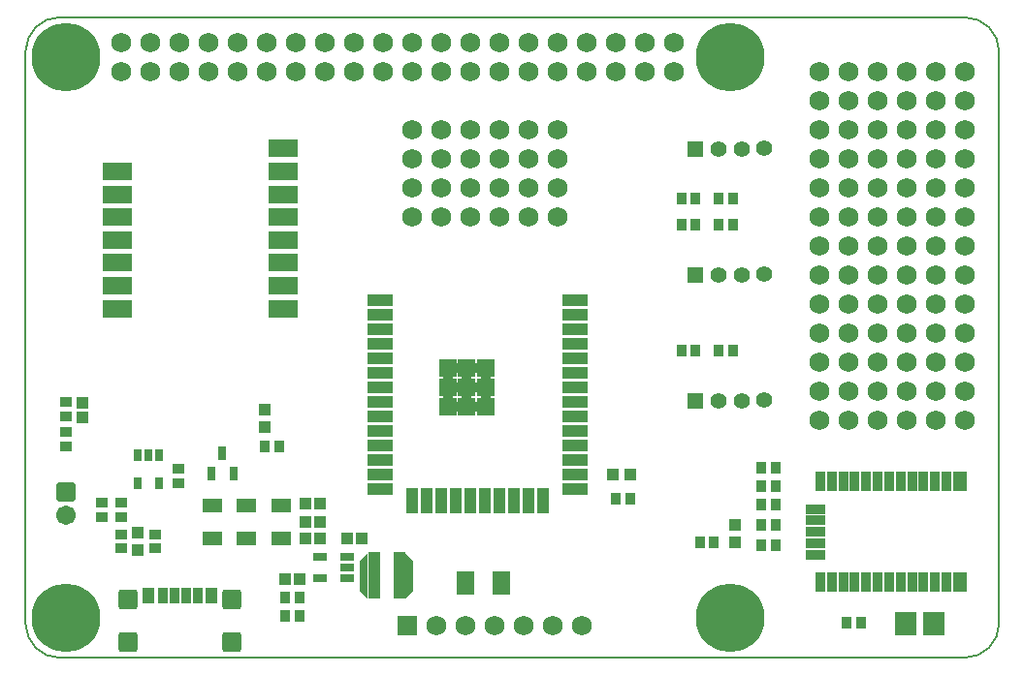
<source format=gts>
G04*
G04 #@! TF.GenerationSoftware,Altium Limited,CircuitMaker,2.2.1 (2.2.1.6)*
G04*
G04 Layer_Color=20142*
%FSLAX44Y44*%
%MOMM*%
G71*
G04*
G04 #@! TF.SameCoordinates,4DC394B6-E11D-4AB0-B304-EE3890279FAF*
G04*
G04*
G04 #@! TF.FilePolarity,Negative*
G04*
G01*
G75*
%ADD13C,0.2000*%
%ADD38R,1.0032X1.1032*%
%ADD39R,1.0160X1.0922*%
%ADD40R,0.9032X1.0532*%
%ADD41R,1.5032X2.0032*%
%ADD42R,1.0532X0.9032*%
%ADD43R,0.8032X1.1032*%
%ADD44R,1.7032X1.2032*%
%ADD45R,0.8032X1.3032*%
%ADD46R,1.3032X0.7531*%
%ADD47R,1.1032X4.1032*%
%ADD48R,1.8532X2.0032*%
%ADD49R,1.7032X0.9032*%
%ADD50R,0.9032X1.7032*%
%ADD51R,1.2032X1.7032*%
%ADD52R,1.0922X1.0160*%
%ADD53R,2.2032X1.1032*%
%ADD54R,1.1032X2.2032*%
%ADD55R,1.5332X1.5332*%
%ADD56R,2.6032X1.6032*%
%ADD57R,1.1032X1.0032*%
%ADD58R,1.0160X1.4732*%
%ADD59R,0.9652X1.4732*%
%ADD60R,0.9144X1.4732*%
%ADD61C,1.7532*%
G04:AMPARAMS|DCode=62|XSize=1.7272mm|YSize=1.7272mm|CornerRadius=0.2921mm|HoleSize=0mm|Usage=FLASHONLY|Rotation=0.000|XOffset=0mm|YOffset=0mm|HoleType=Round|Shape=RoundedRectangle|*
%AMROUNDEDRECTD62*
21,1,1.7272,1.1430,0,0,0.0*
21,1,1.1430,1.7272,0,0,0.0*
1,1,0.5842,0.5715,-0.5715*
1,1,0.5842,-0.5715,-0.5715*
1,1,0.5842,-0.5715,0.5715*
1,1,0.5842,0.5715,0.5715*
%
%ADD62ROUNDEDRECTD62*%
%ADD63C,1.7272*%
%ADD64R,1.7272X1.7272*%
%ADD65C,6.0000*%
%ADD66R,1.4032X1.4032*%
%ADD67C,1.4032*%
%ADD68C,1.7032*%
G04:AMPARAMS|DCode=69|XSize=1.7032mm|YSize=1.7032mm|CornerRadius=0.2891mm|HoleSize=0mm|Usage=FLASHONLY|Rotation=90.000|XOffset=0mm|YOffset=0mm|HoleType=Round|Shape=RoundedRectangle|*
%AMROUNDEDRECTD69*
21,1,1.7032,1.1250,0,0,90.0*
21,1,1.1250,1.7032,0,0,90.0*
1,1,0.5782,0.5625,0.5625*
1,1,0.5782,0.5625,-0.5625*
1,1,0.5782,-0.5625,-0.5625*
1,1,0.5782,-0.5625,0.5625*
%
%ADD69ROUNDEDRECTD69*%
%ADD70C,0.8832*%
G36*
X298750Y52000D02*
X291750Y59000D01*
Y85000D01*
X298750Y92000D01*
Y52000D01*
D02*
G37*
G36*
X331750Y92000D02*
X338750Y85000D01*
Y59000D01*
X331750Y52000D01*
Y92000D01*
D02*
G37*
D13*
X30000Y560000D02*
G03*
X0Y530000I0J-30000D01*
G01*
X850000D02*
G03*
X820000Y560000I-30000J0D01*
G01*
Y0D02*
G03*
X850000Y30000I0J30000D01*
G01*
X0D02*
G03*
X30000Y0I30000J0D01*
G01*
X0Y30000D02*
Y530000D01*
X850000Y30000D02*
Y530000D01*
X30000Y560000D02*
X820000D01*
X30000Y0D02*
X820000D01*
D38*
X226750Y69000D02*
D03*
X239250D02*
D03*
X293250Y104000D02*
D03*
X280750D02*
D03*
X244750D02*
D03*
X257250D02*
D03*
X244750Y135000D02*
D03*
X257250D02*
D03*
X244750Y119000D02*
D03*
X257250D02*
D03*
D39*
X209000Y201380D02*
D03*
Y216620D02*
D03*
X98250Y94130D02*
D03*
Y109370D02*
D03*
X619240Y116000D02*
D03*
Y100760D02*
D03*
D40*
X209000Y185000D02*
D03*
X221500D02*
D03*
X239250Y53000D02*
D03*
X226750D02*
D03*
X239250Y37000D02*
D03*
X226750D02*
D03*
X642750Y98000D02*
D03*
X655250D02*
D03*
X642750Y166000D02*
D03*
X655250D02*
D03*
X716750Y31000D02*
D03*
X729250D02*
D03*
X642750Y116000D02*
D03*
X655250D02*
D03*
X642750Y150000D02*
D03*
X655250D02*
D03*
X642750Y134000D02*
D03*
X655250D02*
D03*
X588740Y100760D02*
D03*
X601240D02*
D03*
X515120Y139000D02*
D03*
X527620D02*
D03*
X572500Y378496D02*
D03*
X585000D02*
D03*
X572500Y268496D02*
D03*
X585000D02*
D03*
X617500D02*
D03*
X605000D02*
D03*
X617500Y378496D02*
D03*
X605000D02*
D03*
X617500Y401250D02*
D03*
X605000D02*
D03*
X572500D02*
D03*
X585000D02*
D03*
D41*
X415500Y65000D02*
D03*
X384500D02*
D03*
D42*
X67000Y135250D02*
D03*
Y122750D02*
D03*
X83250Y108000D02*
D03*
Y95500D02*
D03*
X133060Y165440D02*
D03*
Y152940D02*
D03*
X113250Y95500D02*
D03*
Y108000D02*
D03*
X83250Y135250D02*
D03*
Y122750D02*
D03*
X35000Y197500D02*
D03*
Y185000D02*
D03*
Y223500D02*
D03*
Y211000D02*
D03*
D43*
X116560Y152940D02*
D03*
X97560D02*
D03*
Y176940D02*
D03*
X107060D02*
D03*
X116560D02*
D03*
D44*
X223000Y133500D02*
D03*
Y104500D02*
D03*
X193000D02*
D03*
Y133500D02*
D03*
X163000Y104500D02*
D03*
Y133500D02*
D03*
D45*
X172000Y179000D02*
D03*
X181500Y161000D02*
D03*
X162500D02*
D03*
D46*
X281000Y69500D02*
D03*
Y79000D02*
D03*
Y88500D02*
D03*
X257000D02*
D03*
Y69500D02*
D03*
D47*
X326250Y72000D02*
D03*
X304250D02*
D03*
D48*
X768750Y30000D02*
D03*
X793250D02*
D03*
D49*
X690000Y110000D02*
D03*
Y120000D02*
D03*
Y130000D02*
D03*
Y100000D02*
D03*
Y90000D02*
D03*
D50*
X804000Y66000D02*
D03*
X784000D02*
D03*
X794000D02*
D03*
X774000D02*
D03*
X764000D02*
D03*
X754000D02*
D03*
X744000D02*
D03*
X734000D02*
D03*
X724000D02*
D03*
X714000D02*
D03*
X704000D02*
D03*
X694000D02*
D03*
Y154000D02*
D03*
X704000D02*
D03*
X714000D02*
D03*
X724000D02*
D03*
X734000D02*
D03*
X744000D02*
D03*
X754000D02*
D03*
X764000D02*
D03*
X774000D02*
D03*
X794000D02*
D03*
X784000D02*
D03*
X804000D02*
D03*
D51*
X815500Y66000D02*
D03*
Y154000D02*
D03*
D52*
X512380Y160000D02*
D03*
X527620D02*
D03*
D53*
X480000Y312550D02*
D03*
Y299850D02*
D03*
Y287150D02*
D03*
Y274450D02*
D03*
Y261750D02*
D03*
Y249050D02*
D03*
Y236350D02*
D03*
Y223650D02*
D03*
Y210950D02*
D03*
Y198250D02*
D03*
Y185550D02*
D03*
Y172850D02*
D03*
Y160150D02*
D03*
Y147450D02*
D03*
X310000D02*
D03*
Y160150D02*
D03*
Y172850D02*
D03*
Y185550D02*
D03*
Y198250D02*
D03*
Y210950D02*
D03*
Y223650D02*
D03*
Y236350D02*
D03*
Y249050D02*
D03*
Y261750D02*
D03*
Y274450D02*
D03*
Y287150D02*
D03*
Y299850D02*
D03*
Y312550D02*
D03*
D54*
X452150Y137450D02*
D03*
X439450D02*
D03*
X426750D02*
D03*
X414050D02*
D03*
X401350D02*
D03*
X388650D02*
D03*
X375950D02*
D03*
X363250D02*
D03*
X350550D02*
D03*
X337850D02*
D03*
D55*
X385000Y236350D02*
D03*
Y252950D02*
D03*
Y219850D02*
D03*
X401500D02*
D03*
Y252950D02*
D03*
Y236350D02*
D03*
X368500Y219850D02*
D03*
Y252950D02*
D03*
Y236350D02*
D03*
D56*
X224900Y305300D02*
D03*
Y325300D02*
D03*
Y345300D02*
D03*
Y365300D02*
D03*
Y385300D02*
D03*
Y405300D02*
D03*
Y425300D02*
D03*
Y445300D02*
D03*
X79900Y305300D02*
D03*
Y325300D02*
D03*
Y345300D02*
D03*
Y365300D02*
D03*
Y385300D02*
D03*
Y405300D02*
D03*
Y425300D02*
D03*
D57*
X50000Y210500D02*
D03*
Y223000D02*
D03*
D58*
X107568Y54610D02*
D03*
X162432D02*
D03*
D59*
X119760D02*
D03*
X129920D02*
D03*
D60*
X140080D02*
D03*
X150240D02*
D03*
D61*
X693300Y512300D02*
D03*
X718700D02*
D03*
X744100D02*
D03*
X769500D02*
D03*
X794900D02*
D03*
X820300D02*
D03*
X693300Y486900D02*
D03*
X718700D02*
D03*
X744100D02*
D03*
X769500D02*
D03*
X794900D02*
D03*
X820300D02*
D03*
X693300Y461500D02*
D03*
X718700D02*
D03*
X744100D02*
D03*
X769500D02*
D03*
X794900D02*
D03*
X820300D02*
D03*
X693300Y436100D02*
D03*
X718700D02*
D03*
X744100D02*
D03*
X769500D02*
D03*
X794900D02*
D03*
X820300D02*
D03*
X693300Y410700D02*
D03*
X718700D02*
D03*
X744100D02*
D03*
X769500D02*
D03*
X794900D02*
D03*
X820300D02*
D03*
X693300Y385300D02*
D03*
X718700D02*
D03*
X744100D02*
D03*
X769500D02*
D03*
X794900D02*
D03*
X820300D02*
D03*
X693300Y359900D02*
D03*
X718700D02*
D03*
X744100D02*
D03*
X769500D02*
D03*
X794900D02*
D03*
X820300D02*
D03*
X693300Y334500D02*
D03*
X718700D02*
D03*
X744100D02*
D03*
X769500D02*
D03*
X794900D02*
D03*
X820300D02*
D03*
X693300Y309100D02*
D03*
X718700D02*
D03*
X744100D02*
D03*
X769500D02*
D03*
X794900D02*
D03*
X820300D02*
D03*
X693300Y283700D02*
D03*
X718700D02*
D03*
X744100D02*
D03*
X769500D02*
D03*
X794900D02*
D03*
X820300D02*
D03*
X693300Y258300D02*
D03*
X718700D02*
D03*
X744100D02*
D03*
X769500D02*
D03*
X794900D02*
D03*
X820300D02*
D03*
X693300Y232900D02*
D03*
X718700D02*
D03*
X744100D02*
D03*
X769500D02*
D03*
X794900D02*
D03*
X820300D02*
D03*
Y207500D02*
D03*
X794900D02*
D03*
X769500D02*
D03*
X744100D02*
D03*
X718700D02*
D03*
X693300D02*
D03*
X388500Y410700D02*
D03*
Y385300D02*
D03*
Y461500D02*
D03*
Y436100D02*
D03*
X337700Y410700D02*
D03*
X363100D02*
D03*
X337700Y385300D02*
D03*
X363100D02*
D03*
X337700Y461500D02*
D03*
X363100D02*
D03*
X413900Y410700D02*
D03*
X439300D02*
D03*
X413900Y385300D02*
D03*
X439300D02*
D03*
X413900Y461500D02*
D03*
X439300D02*
D03*
X337700Y436100D02*
D03*
X363100D02*
D03*
X413900D02*
D03*
X439300D02*
D03*
X464700Y410700D02*
D03*
Y385300D02*
D03*
Y461500D02*
D03*
Y436100D02*
D03*
X540900Y537700D02*
D03*
Y512300D02*
D03*
X566300Y537700D02*
D03*
Y512300D02*
D03*
X490100Y537700D02*
D03*
Y512300D02*
D03*
X515500Y537700D02*
D03*
Y512300D02*
D03*
X439300Y537700D02*
D03*
Y512300D02*
D03*
X464700Y537700D02*
D03*
Y512300D02*
D03*
X388500Y537700D02*
D03*
Y512300D02*
D03*
X413900Y537700D02*
D03*
Y512300D02*
D03*
X337700Y537700D02*
D03*
Y512300D02*
D03*
X363100Y537700D02*
D03*
Y512300D02*
D03*
X286900Y537700D02*
D03*
Y512300D02*
D03*
X312300Y537700D02*
D03*
Y512300D02*
D03*
X236100Y537700D02*
D03*
Y512300D02*
D03*
X261500Y537700D02*
D03*
Y512300D02*
D03*
X185300Y537700D02*
D03*
Y512300D02*
D03*
X210700Y537700D02*
D03*
Y512300D02*
D03*
X134500Y537700D02*
D03*
Y512300D02*
D03*
X159900Y537700D02*
D03*
Y512300D02*
D03*
X109100D02*
D03*
Y537700D02*
D03*
X83700Y512300D02*
D03*
Y537700D02*
D03*
D62*
X89800Y50700D02*
D03*
X180180Y13970D02*
D03*
X89820D02*
D03*
X180200Y50700D02*
D03*
D63*
X383800Y28000D02*
D03*
X409200D02*
D03*
X358400D02*
D03*
X485400D02*
D03*
X460000D02*
D03*
X434600D02*
D03*
D64*
X333000D02*
D03*
D65*
X615000Y35000D02*
D03*
Y525000D02*
D03*
X35000D02*
D03*
Y35000D02*
D03*
D66*
X585000Y334873D02*
D03*
Y224873D02*
D03*
Y444873D02*
D03*
D67*
X605000Y334873D02*
D03*
X625000D02*
D03*
X645000Y335127D02*
D03*
X605000Y224873D02*
D03*
X625000D02*
D03*
X645000Y225127D02*
D03*
X605000Y444873D02*
D03*
X625000D02*
D03*
X645000Y445127D02*
D03*
D68*
X35000Y125000D02*
D03*
D69*
Y145000D02*
D03*
D70*
X376800Y219850D02*
D03*
X393300Y236350D02*
D03*
Y219850D02*
D03*
X376800Y236350D02*
D03*
X401500Y244650D02*
D03*
X385000D02*
D03*
X368500D02*
D03*
X401500Y228050D02*
D03*
X385000D02*
D03*
X368500D02*
D03*
X393300Y252950D02*
D03*
X376800D02*
D03*
M02*

</source>
